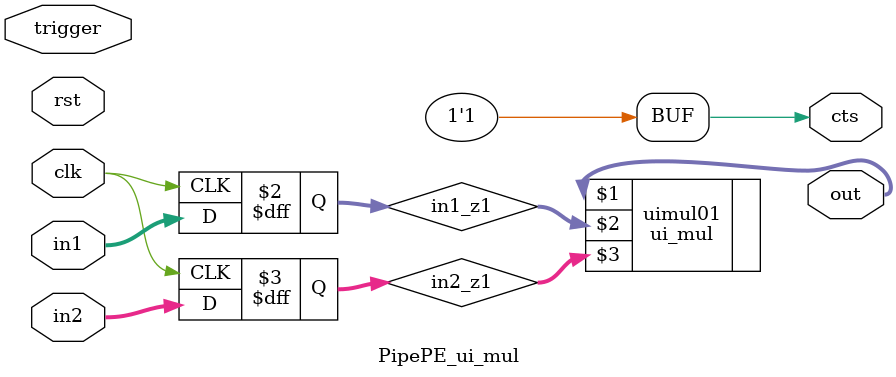
<source format=v>


// =============================================================================
// ** Local Macros (arithmetic core) 
// =============================================================================
`define OP_uimul ui_mul // which module to use for UI addition

module PipePE_ui_mul
#(
// =============================================================================
// ** Parameters 
// =============================================================================
// Size of word 
  parameter N = 64 
)

(
// =============================================================================
// ** Ports 
// =============================================================================
  input           clk,
  input           rst, //redundant
  input           trigger, //redundant
  output          cts, // Always asserted for ALWAYS-ON modules


  output [N-1:0]  out,
  input  [N-1:0]  in1,
  input  [N-1:0]  in2
);

// =============================================================================
// ** Procedures and assignments
// =============================================================================

//registered inputs for pipelining stage
reg [N-1:0]  in1_z1;
reg [N-1:0]  in2_z1;

always @(posedge clk) begin
  in1_z1 <= in1;
  in2_z1 <= in2;
end

//The FU computing output 
`OP_uimul #(N) uimul01 (out, in1_z1, in2_z1);

// cts set to 1 for ALWAYS-ON PEs
assign cts = 1'b1;

endmodule

// =============================================================================
// ** UNDEFINE Local Macros  
// =============================================================================
`undef OP_uimul 



</source>
